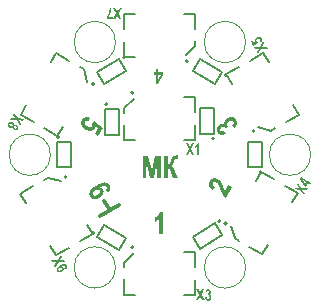
<source format=gto>
G04*
G04 #@! TF.GenerationSoftware,Altium Limited,Altium Designer,22.7.1 (60)*
G04*
G04 Layer_Color=65535*
%FSLAX43Y43*%
%MOMM*%
G71*
G04*
G04 #@! TF.SameCoordinates,4835CE25-E48C-4DDB-B082-209FFF86AC7D*
G04*
G04*
G04 #@! TF.FilePolarity,Positive*
G04*
G01*
G75*
%ADD10C,0.200*%
%ADD11C,0.100*%
%ADD12C,0.300*%
%ADD13C,0.127*%
G36*
X9021Y12605D02*
X8954D01*
X8932Y12602D01*
X8904Y12596D01*
X8876Y12588D01*
X8846Y12577D01*
X8821Y12563D01*
X8798Y12541D01*
X8796Y12538D01*
X8790Y12530D01*
X8782Y12513D01*
X8771Y12488D01*
X8754Y12457D01*
X8740Y12416D01*
X8721Y12366D01*
X8701Y12305D01*
Y12302D01*
X8699Y12296D01*
X8696Y12288D01*
X8693Y12277D01*
X8685Y12246D01*
X8671Y12210D01*
X8660Y12174D01*
X8643Y12135D01*
X8629Y12102D01*
X8615Y12074D01*
X8612Y12072D01*
X8610Y12063D01*
X8601Y12052D01*
X8590Y12038D01*
X8574Y12022D01*
X8554Y12002D01*
X8532Y11983D01*
X8504Y11961D01*
X8510Y11958D01*
X8521Y11952D01*
X8540Y11941D01*
X8563Y11927D01*
X8587Y11908D01*
X8615Y11886D01*
X8643Y11855D01*
X8668Y11822D01*
X8671Y11816D01*
X8679Y11802D01*
X8693Y11780D01*
X8712Y11747D01*
X8735Y11702D01*
X8749Y11677D01*
X8762Y11650D01*
X8779Y11616D01*
X8793Y11583D01*
X8810Y11544D01*
X8826Y11505D01*
X9037Y10994D01*
X8671D01*
X8485Y11477D01*
Y11480D01*
X8482Y11486D01*
X8479Y11494D01*
X8474Y11508D01*
X8460Y11541D01*
X8443Y11580D01*
X8426Y11622D01*
X8404Y11666D01*
X8385Y11705D01*
X8365Y11736D01*
X8363Y11738D01*
X8357Y11747D01*
X8343Y11761D01*
X8329Y11774D01*
X8307Y11788D01*
X8282Y11799D01*
X8252Y11811D01*
X8215Y11813D01*
Y10994D01*
X7905D01*
Y12871D01*
X8215D01*
Y12072D01*
X8221D01*
X8232Y12074D01*
X8249Y12077D01*
X8271Y12085D01*
X8293Y12094D01*
X8315Y12105D01*
X8338Y12119D01*
X8354Y12138D01*
X8357Y12141D01*
X8363Y12152D01*
X8371Y12169D01*
X8382Y12194D01*
X8390Y12213D01*
X8399Y12233D01*
X8407Y12255D01*
X8415Y12280D01*
X8426Y12308D01*
X8438Y12341D01*
X8449Y12377D01*
X8460Y12416D01*
Y12419D01*
X8463Y12424D01*
X8465Y12438D01*
X8471Y12452D01*
X8476Y12469D01*
X8485Y12491D01*
X8501Y12538D01*
X8524Y12591D01*
X8546Y12643D01*
X8571Y12693D01*
X8582Y12716D01*
X8596Y12735D01*
X8599Y12741D01*
X8610Y12752D01*
X8624Y12768D01*
X8643Y12788D01*
X8665Y12807D01*
X8690Y12827D01*
X8718Y12843D01*
X8746Y12854D01*
X8749D01*
X8762Y12857D01*
X8782Y12863D01*
X8810Y12868D01*
X8848Y12871D01*
X8896Y12877D01*
X8954Y12882D01*
X9021Y12888D01*
Y12605D01*
D02*
G37*
G36*
X7591Y10994D02*
X7302D01*
Y12474D01*
X6991Y10994D01*
X6694D01*
X6389Y12474D01*
Y10994D01*
X6100D01*
Y12871D01*
X6564D01*
X6844Y11586D01*
X7122Y12871D01*
X7591D01*
Y10994D01*
D02*
G37*
G36*
X2883Y10593D02*
X2887Y10592D01*
X2897Y10591D01*
X2911Y10589D01*
X2928Y10587D01*
X2951Y10581D01*
X2977Y10573D01*
X3005Y10564D01*
X3037Y10553D01*
X3070Y10540D01*
X3102Y10524D01*
X3168Y10482D01*
X3200Y10455D01*
X3231Y10428D01*
X3258Y10393D01*
X3283Y10355D01*
X3291Y10341D01*
X3294Y10330D01*
X3308Y10300D01*
X3321Y10262D01*
X3332Y10214D01*
X3337Y10162D01*
X3338Y10105D01*
X3326Y10047D01*
X3324Y10040D01*
X3317Y10019D01*
X3302Y9988D01*
X3284Y9949D01*
X3253Y9902D01*
X3212Y9850D01*
X3162Y9798D01*
X3098Y9742D01*
X2922Y9971D01*
X2924Y9972D01*
X2929Y9975D01*
X2937Y9983D01*
X2948Y9992D01*
X2972Y10016D01*
X2998Y10050D01*
X3019Y10085D01*
X3033Y10128D01*
X3035Y10152D01*
X3035Y10174D01*
X3027Y10198D01*
X3017Y10221D01*
X3016Y10224D01*
X3006Y10234D01*
X2996Y10247D01*
X2977Y10263D01*
X2955Y10279D01*
X2926Y10291D01*
X2890Y10302D01*
X2847Y10306D01*
X2840Y10305D01*
X2834Y10305D01*
X2822Y10304D01*
X2811Y10301D01*
X2792Y10300D01*
X2773Y10295D01*
X2751Y10289D01*
X2722Y10282D01*
X2693Y10272D01*
X2658Y10261D01*
X2621Y10246D01*
X2583Y10230D01*
X2539Y10211D01*
X2490Y10190D01*
X2439Y10163D01*
X2442Y10162D01*
X2456Y10160D01*
X2474Y10158D01*
X2495Y10154D01*
X2522Y10147D01*
X2548Y10140D01*
X2576Y10130D01*
X2603Y10117D01*
X2607Y10116D01*
X2613Y10110D01*
X2629Y10100D01*
X2644Y10090D01*
X2660Y10073D01*
X2681Y10053D01*
X2698Y10031D01*
X2715Y10005D01*
X2724Y9991D01*
X2728Y9978D01*
X2734Y9962D01*
X2740Y9946D01*
X2750Y9901D01*
X2757Y9850D01*
X2759Y9819D01*
X2757Y9789D01*
X2754Y9755D01*
X2747Y9723D01*
X2740Y9686D01*
X2726Y9649D01*
X2725Y9645D01*
X2721Y9640D01*
X2718Y9629D01*
X2710Y9615D01*
X2700Y9599D01*
X2690Y9577D01*
X2674Y9555D01*
X2657Y9529D01*
X2636Y9504D01*
X2614Y9476D01*
X2588Y9448D01*
X2559Y9421D01*
X2526Y9390D01*
X2490Y9363D01*
X2448Y9335D01*
X2407Y9308D01*
X2404Y9306D01*
X2395Y9301D01*
X2383Y9294D01*
X2364Y9287D01*
X2341Y9277D01*
X2313Y9264D01*
X2286Y9251D01*
X2252Y9238D01*
X2179Y9218D01*
X2100Y9201D01*
X2058Y9196D01*
X2017Y9195D01*
X1974Y9196D01*
X1933Y9201D01*
X1929Y9202D01*
X1923Y9202D01*
X1911Y9205D01*
X1899Y9210D01*
X1880Y9215D01*
X1859Y9223D01*
X1812Y9244D01*
X1761Y9272D01*
X1706Y9311D01*
X1682Y9335D01*
X1657Y9362D01*
X1634Y9391D01*
X1612Y9423D01*
X1607Y9433D01*
X1604Y9444D01*
X1595Y9458D01*
X1588Y9476D01*
X1582Y9498D01*
X1570Y9552D01*
X1564Y9584D01*
X1561Y9618D01*
X1559Y9655D01*
X1563Y9693D01*
X1568Y9734D01*
X1576Y9774D01*
X1590Y9817D01*
X1608Y9863D01*
X1609Y9867D01*
X1615Y9874D01*
X1623Y9888D01*
X1633Y9903D01*
X1649Y9925D01*
X1669Y9953D01*
X1691Y9981D01*
X1720Y10014D01*
X1754Y10050D01*
X1795Y10090D01*
X1840Y10128D01*
X1891Y10174D01*
X1949Y10217D01*
X2012Y10263D01*
X2085Y10308D01*
X2163Y10357D01*
X2166Y10358D01*
X2168Y10359D01*
X2182Y10368D01*
X2207Y10382D01*
X2237Y10396D01*
X2277Y10416D01*
X2319Y10437D01*
X2367Y10458D01*
X2421Y10483D01*
X2536Y10527D01*
X2656Y10564D01*
X2715Y10579D01*
X2774Y10587D01*
X2831Y10595D01*
X2883Y10593D01*
D02*
G37*
G36*
X1356Y16120D02*
X1389Y16117D01*
X1423Y16114D01*
X1458Y16109D01*
X1495Y16101D01*
X1537Y16089D01*
X1618Y16058D01*
X1505Y15784D01*
X1500Y15787D01*
X1487Y15791D01*
X1462Y15799D01*
X1435Y15808D01*
X1405Y15816D01*
X1371Y15820D01*
X1334Y15822D01*
X1299Y15816D01*
X1295Y15815D01*
X1284Y15812D01*
X1267Y15806D01*
X1249Y15797D01*
X1228Y15787D01*
X1206Y15771D01*
X1186Y15754D01*
X1170Y15731D01*
X1168Y15729D01*
X1164Y15715D01*
X1158Y15699D01*
X1153Y15680D01*
X1150Y15653D01*
X1150Y15620D01*
X1155Y15589D01*
X1169Y15552D01*
X1172Y15547D01*
X1178Y15534D01*
X1191Y15513D01*
X1210Y15490D01*
X1238Y15461D01*
X1273Y15427D01*
X1320Y15391D01*
X1373Y15357D01*
X1376Y15355D01*
X1381Y15353D01*
X1388Y15348D01*
X1400Y15341D01*
X1428Y15329D01*
X1464Y15314D01*
X1504Y15300D01*
X1548Y15288D01*
X1590Y15283D01*
X1633Y15284D01*
X1637Y15285D01*
X1650Y15287D01*
X1669Y15292D01*
X1693Y15300D01*
X1717Y15313D01*
X1744Y15332D01*
X1769Y15353D01*
X1789Y15383D01*
X1792Y15388D01*
X1798Y15403D01*
X1804Y15425D01*
X1812Y15456D01*
X1816Y15496D01*
X1814Y15542D01*
X1811Y15566D01*
X1804Y15592D01*
X1797Y15619D01*
X1785Y15648D01*
X1941Y15834D01*
X2712Y15215D01*
X2322Y14540D01*
X2031Y14708D01*
X2309Y15189D01*
X2055Y15393D01*
X2054Y15387D01*
X2056Y15373D01*
X2054Y15352D01*
X2052Y15321D01*
X2046Y15289D01*
X2037Y15256D01*
X2026Y15221D01*
X2009Y15186D01*
X2000Y15171D01*
X1991Y15160D01*
X1980Y15147D01*
X1970Y15134D01*
X1940Y15100D01*
X1900Y15069D01*
X1852Y15036D01*
X1823Y15020D01*
X1794Y15008D01*
X1762Y14998D01*
X1728Y14988D01*
X1724Y14987D01*
X1717Y14985D01*
X1704Y14986D01*
X1687Y14983D01*
X1665Y14984D01*
X1638Y14983D01*
X1608Y14981D01*
X1577Y14983D01*
X1542Y14987D01*
X1502Y14991D01*
X1459Y15000D01*
X1417Y15011D01*
X1371Y15025D01*
X1326Y15041D01*
X1279Y15065D01*
X1229Y15091D01*
X1227Y15092D01*
X1220Y15096D01*
X1208Y15103D01*
X1195Y15114D01*
X1175Y15125D01*
X1157Y15142D01*
X1134Y15158D01*
X1108Y15180D01*
X1056Y15229D01*
X1001Y15290D01*
X976Y15323D01*
X951Y15357D01*
X926Y15397D01*
X905Y15438D01*
X903Y15442D01*
X900Y15447D01*
X895Y15460D01*
X888Y15477D01*
X883Y15496D01*
X877Y15518D01*
X871Y15547D01*
X866Y15576D01*
X861Y15608D01*
X860Y15644D01*
X860Y15679D01*
X866Y15717D01*
X873Y15755D01*
X884Y15797D01*
X900Y15835D01*
X921Y15878D01*
X931Y15895D01*
X940Y15905D01*
X948Y15920D01*
X964Y15936D01*
X995Y15973D01*
X1036Y16010D01*
X1084Y16049D01*
X1141Y16081D01*
X1174Y16094D01*
X1207Y16107D01*
X1211Y16108D01*
X1215Y16109D01*
X1226Y16112D01*
X1240Y16114D01*
X1257Y16116D01*
X1277Y16117D01*
X1301Y16120D01*
X1327Y16121D01*
X1356Y16120D01*
D02*
G37*
G36*
X7380Y19931D02*
X7800D01*
Y19721D01*
X7356Y18927D01*
X7189D01*
Y19720D01*
X7061D01*
Y19931D01*
X7189D01*
Y20183D01*
X7380D01*
Y19931D01*
D02*
G37*
G36*
X13592Y16134D02*
X13635Y16130D01*
X13639Y16130D01*
X13645Y16131D01*
X13658Y16126D01*
X13671Y16122D01*
X13691Y16118D01*
X13712Y16113D01*
X13762Y16094D01*
X13817Y16068D01*
X13875Y16034D01*
X13903Y16009D01*
X13930Y15985D01*
X13955Y15958D01*
X13980Y15928D01*
X13991Y15912D01*
X13997Y15899D01*
X14004Y15884D01*
X14015Y15864D01*
X14035Y15821D01*
X14051Y15768D01*
X14062Y15704D01*
X14068Y15671D01*
X14068Y15637D01*
X14066Y15602D01*
X14061Y15565D01*
X14061Y15561D01*
X14060Y15557D01*
X14058Y15545D01*
X14054Y15532D01*
X14046Y15514D01*
X14039Y15495D01*
X14031Y15472D01*
X14019Y15447D01*
X14006Y15421D01*
X13989Y15392D01*
X13972Y15363D01*
X13951Y15331D01*
X13900Y15272D01*
X13835Y15210D01*
X13637Y15420D01*
X13640Y15422D01*
X13642Y15423D01*
X13654Y15435D01*
X13671Y15450D01*
X13691Y15475D01*
X13713Y15501D01*
X13733Y15531D01*
X13750Y15564D01*
X13762Y15596D01*
X13763Y15599D01*
X13765Y15611D01*
X13766Y15629D01*
X13765Y15649D01*
X13766Y15673D01*
X13760Y15700D01*
X13751Y15727D01*
X13736Y15754D01*
X13726Y15767D01*
X13712Y15778D01*
X13697Y15791D01*
X13675Y15806D01*
X13648Y15821D01*
X13618Y15830D01*
X13581Y15835D01*
X13577Y15836D01*
X13561Y15834D01*
X13542Y15832D01*
X13512Y15827D01*
X13480Y15819D01*
X13441Y15802D01*
X13400Y15783D01*
X13355Y15755D01*
X13353Y15753D01*
X13351Y15752D01*
X13337Y15742D01*
X13318Y15726D01*
X13297Y15704D01*
X13272Y15680D01*
X13249Y15650D01*
X13229Y15616D01*
X13215Y15582D01*
X13215Y15578D01*
X13210Y15565D01*
X13209Y15548D01*
X13205Y15524D01*
X13207Y15498D01*
X13210Y15470D01*
X13219Y15442D01*
X13234Y15416D01*
X13247Y15397D01*
X13257Y15388D01*
X13270Y15373D01*
X13289Y15356D01*
X13310Y15340D01*
X13333Y15322D01*
X13074Y15179D01*
X13063Y15195D01*
X13048Y15211D01*
X13032Y15230D01*
X13007Y15250D01*
X12983Y15271D01*
X12953Y15284D01*
X12922Y15295D01*
X12918Y15296D01*
X12906Y15298D01*
X12886Y15298D01*
X12864Y15295D01*
X12837Y15290D01*
X12806Y15282D01*
X12771Y15268D01*
X12736Y15246D01*
X12731Y15243D01*
X12722Y15237D01*
X12710Y15225D01*
X12693Y15210D01*
X12678Y15193D01*
X12664Y15169D01*
X12650Y15146D01*
X12641Y15119D01*
X12641Y15116D01*
X12639Y15108D01*
X12639Y15094D01*
X12638Y15076D01*
X12638Y15056D01*
X12644Y15033D01*
X12654Y15010D01*
X12668Y14985D01*
X12674Y14976D01*
X12686Y14964D01*
X12700Y14954D01*
X12718Y14943D01*
X12740Y14931D01*
X12764Y14920D01*
X12795Y14915D01*
X12799Y14914D01*
X12809Y14915D01*
X12827Y14917D01*
X12849Y14919D01*
X12876Y14925D01*
X12910Y14935D01*
X12944Y14948D01*
X12984Y14969D01*
X13094Y14715D01*
X13092Y14713D01*
X13084Y14711D01*
X13071Y14705D01*
X13055Y14698D01*
X13034Y14689D01*
X13013Y14681D01*
X12958Y14663D01*
X12895Y14646D01*
X12829Y14634D01*
X12760Y14630D01*
X12727Y14630D01*
X12696Y14635D01*
X12692Y14636D01*
X12688Y14637D01*
X12667Y14642D01*
X12635Y14654D01*
X12596Y14671D01*
X12555Y14696D01*
X12507Y14731D01*
X12461Y14773D01*
X12437Y14797D01*
X12407Y14840D01*
X12399Y14855D01*
X12392Y14870D01*
X12383Y14888D01*
X12364Y14935D01*
X12347Y14988D01*
X12338Y15049D01*
X12336Y15082D01*
X12336Y15116D01*
X12340Y15149D01*
X12348Y15185D01*
X12349Y15189D01*
X12349Y15193D01*
X12353Y15202D01*
X12357Y15215D01*
X12364Y15230D01*
X12371Y15249D01*
X12391Y15293D01*
X12419Y15340D01*
X12454Y15388D01*
X12496Y15434D01*
X12520Y15458D01*
X12547Y15477D01*
X12552Y15480D01*
X12563Y15488D01*
X12585Y15500D01*
X12611Y15512D01*
X12644Y15528D01*
X12680Y15539D01*
X12719Y15550D01*
X12762Y15557D01*
X12768Y15557D01*
X12782Y15557D01*
X12802Y15557D01*
X12834Y15556D01*
X12867Y15552D01*
X12910Y15545D01*
X12954Y15535D01*
X12999Y15519D01*
X12997Y15521D01*
X12998Y15525D01*
X12993Y15542D01*
X12987Y15565D01*
X12981Y15598D01*
X12980Y15638D01*
X12981Y15679D01*
X12990Y15726D01*
X13005Y15777D01*
X13007Y15782D01*
X13015Y15801D01*
X13027Y15827D01*
X13047Y15857D01*
X13071Y15895D01*
X13106Y15933D01*
X13147Y15975D01*
X13198Y16014D01*
X13200Y16016D01*
X13207Y16020D01*
X13218Y16028D01*
X13234Y16036D01*
X13253Y16046D01*
X13275Y16058D01*
X13301Y16070D01*
X13332Y16084D01*
X13398Y16106D01*
X13470Y16123D01*
X13509Y16131D01*
X13550Y16135D01*
X13592Y16134D01*
D02*
G37*
G36*
X12140Y10954D02*
X12191Y10953D01*
X12248Y10946D01*
X12310Y10932D01*
X12375Y10911D01*
X12409Y10898D01*
X12443Y10878D01*
X12448Y10876D01*
X12460Y10869D01*
X12477Y10855D01*
X12504Y10840D01*
X12530Y10818D01*
X12561Y10794D01*
X12590Y10768D01*
X12621Y10737D01*
X12626Y10734D01*
X12635Y10723D01*
X12648Y10706D01*
X12667Y10685D01*
X12689Y10656D01*
X12712Y10623D01*
X12735Y10585D01*
X12760Y10545D01*
X12763Y10539D01*
X12771Y10525D01*
X12784Y10498D01*
X12800Y10464D01*
X12821Y10417D01*
X12842Y10359D01*
X12868Y10293D01*
X12894Y10217D01*
X12895Y10213D01*
X12896Y10209D01*
X12899Y10198D01*
X12905Y10185D01*
X12916Y10150D01*
X12931Y10109D01*
X12947Y10064D01*
X12961Y10021D01*
X12975Y9984D01*
X12987Y9955D01*
X12988Y9951D01*
X12991Y9946D01*
X12997Y9933D01*
X13002Y9921D01*
X13019Y9889D01*
X13040Y9854D01*
X13335Y10363D01*
X13623Y10197D01*
X13106Y9300D01*
X13103Y9301D01*
X13098Y9304D01*
X13090Y9312D01*
X13078Y9319D01*
X13065Y9330D01*
X13051Y9344D01*
X13014Y9375D01*
X12974Y9411D01*
X12931Y9458D01*
X12887Y9510D01*
X12845Y9566D01*
X12843Y9567D01*
X12841Y9575D01*
X12835Y9581D01*
X12827Y9595D01*
X12818Y9613D01*
X12805Y9634D01*
X12794Y9660D01*
X12779Y9690D01*
X12763Y9722D01*
X12746Y9761D01*
X12728Y9800D01*
X12707Y9848D01*
X12687Y9897D01*
X12668Y9953D01*
X12644Y10012D01*
X12623Y10075D01*
X12622Y10079D01*
X12618Y10088D01*
X12614Y10103D01*
X12607Y10120D01*
X12601Y10142D01*
X12590Y10168D01*
X12569Y10225D01*
X12547Y10286D01*
X12525Y10344D01*
X12503Y10395D01*
X12493Y10416D01*
X12485Y10434D01*
X12481Y10439D01*
X12473Y10454D01*
X12460Y10474D01*
X12439Y10499D01*
X12415Y10526D01*
X12387Y10555D01*
X12355Y10583D01*
X12321Y10606D01*
X12318Y10607D01*
X12316Y10609D01*
X12304Y10616D01*
X12283Y10624D01*
X12258Y10636D01*
X12227Y10644D01*
X12197Y10652D01*
X12163Y10655D01*
X12132Y10651D01*
X12128Y10650D01*
X12117Y10647D01*
X12104Y10641D01*
X12084Y10634D01*
X12064Y10622D01*
X12045Y10605D01*
X12022Y10583D01*
X12004Y10558D01*
X12000Y10550D01*
X11997Y10539D01*
X11994Y10528D01*
X11987Y10494D01*
X11986Y10475D01*
X11986Y10453D01*
X11990Y10428D01*
X11997Y10401D01*
X12008Y10376D01*
X12026Y10346D01*
X12048Y10317D01*
X12077Y10288D01*
X12111Y10259D01*
X12154Y10228D01*
X11973Y9992D01*
X11971Y9994D01*
X11962Y10002D01*
X11950Y10009D01*
X11935Y10021D01*
X11918Y10037D01*
X11896Y10053D01*
X11873Y10075D01*
X11849Y10099D01*
X11801Y10149D01*
X11755Y10208D01*
X11715Y10273D01*
X11701Y10303D01*
X11689Y10339D01*
X11688Y10343D01*
X11687Y10347D01*
X11684Y10358D01*
X11682Y10372D01*
X11682Y10388D01*
X11677Y10407D01*
X11676Y10455D01*
X11679Y10511D01*
X11693Y10574D01*
X11713Y10642D01*
X11730Y10677D01*
X11747Y10712D01*
X11759Y10732D01*
X11769Y10745D01*
X11783Y10762D01*
X11796Y10780D01*
X11834Y10823D01*
X11880Y10864D01*
X11905Y10885D01*
X11934Y10903D01*
X11966Y10919D01*
X11997Y10934D01*
X12031Y10943D01*
X12068Y10951D01*
X12072Y10952D01*
X12078Y10951D01*
X12088Y10952D01*
X12102Y10954D01*
X12118Y10954D01*
X12140Y10954D01*
D02*
G37*
G36*
X7763Y6200D02*
X7466D01*
Y7558D01*
X7463Y7555D01*
X7458Y7549D01*
X7449Y7541D01*
X7435Y7527D01*
X7422Y7513D01*
X7402Y7494D01*
X7380Y7474D01*
X7355Y7455D01*
X7299Y7410D01*
X7236Y7363D01*
X7161Y7322D01*
X7083Y7286D01*
Y7613D01*
X7086D01*
X7088Y7616D01*
X7105Y7621D01*
X7127Y7635D01*
X7161Y7652D01*
X7199Y7677D01*
X7241Y7707D01*
X7288Y7744D01*
X7338Y7788D01*
X7341Y7791D01*
X7344Y7794D01*
X7360Y7810D01*
X7383Y7838D01*
X7410Y7874D01*
X7441Y7916D01*
X7472Y7966D01*
X7499Y8021D01*
X7521Y8082D01*
X7763D01*
Y6200D01*
D02*
G37*
G36*
X10157Y13436D02*
X10427Y12939D01*
X10239D01*
X10064Y13264D01*
X9889Y12939D01*
X9700D01*
X9971Y13436D01*
X9725Y13892D01*
X9909D01*
X10064Y13606D01*
X10219Y13892D01*
X10402D01*
X10157Y13436D01*
D02*
G37*
G36*
X10860Y12939D02*
X10709D01*
Y13629D01*
X10708Y13627D01*
X10705Y13624D01*
X10701Y13620D01*
X10694Y13613D01*
X10687Y13606D01*
X10677Y13596D01*
X10666Y13586D01*
X10653Y13576D01*
X10625Y13554D01*
X10592Y13530D01*
X10554Y13509D01*
X10515Y13490D01*
Y13657D01*
X10516D01*
X10518Y13658D01*
X10526Y13661D01*
X10537Y13668D01*
X10554Y13677D01*
X10574Y13689D01*
X10595Y13705D01*
X10619Y13723D01*
X10644Y13746D01*
X10646Y13747D01*
X10647Y13748D01*
X10656Y13757D01*
X10667Y13771D01*
X10681Y13789D01*
X10697Y13810D01*
X10712Y13836D01*
X10726Y13864D01*
X10738Y13895D01*
X10860D01*
Y12939D01*
D02*
G37*
G36*
X4029Y24904D02*
X4275Y24447D01*
X4091D01*
X3936Y24733D01*
X3781Y24447D01*
X3598D01*
X3843Y24904D01*
X3573Y25400D01*
X3761D01*
X3936Y25076D01*
X4111Y25400D01*
X4300D01*
X4029Y24904D01*
D02*
G37*
G36*
X3420Y25397D02*
Y25392D01*
X3419Y25380D01*
Y25365D01*
X3418Y25346D01*
X3416Y25325D01*
X3413Y25300D01*
X3410Y25273D01*
X3406Y25244D01*
X3402Y25213D01*
X3396Y25179D01*
X3391Y25143D01*
X3375Y25070D01*
X3354Y24995D01*
X3353Y24993D01*
X3351Y24987D01*
X3347Y24976D01*
X3343Y24962D01*
X3336Y24943D01*
X3329Y24922D01*
X3319Y24900D01*
X3309Y24873D01*
X3298Y24846D01*
X3285Y24816D01*
X3255Y24756D01*
X3223Y24691D01*
X3185Y24629D01*
X3525D01*
Y24460D01*
X3013D01*
Y24594D01*
Y24595D01*
X3016Y24596D01*
X3019Y24602D01*
X3024Y24608D01*
X3030Y24616D01*
X3037Y24625D01*
X3044Y24636D01*
X3052Y24649D01*
X3062Y24664D01*
X3072Y24680D01*
X3082Y24698D01*
X3093Y24716D01*
X3105Y24737D01*
X3117Y24760D01*
X3129Y24784D01*
X3141Y24809D01*
Y24811D01*
X3144Y24815D01*
X3147Y24823D01*
X3152Y24833D01*
X3157Y24846D01*
X3164Y24861D01*
X3171Y24880D01*
X3178Y24900D01*
X3186Y24921D01*
X3195Y24943D01*
X3202Y24969D01*
X3210Y24995D01*
X3227Y25050D01*
X3241Y25110D01*
Y25111D01*
X3243Y25117D01*
X3244Y25125D01*
X3247Y25136D01*
X3250Y25150D01*
X3253Y25167D01*
X3255Y25186D01*
X3258Y25205D01*
X3262Y25228D01*
X3265Y25251D01*
X3271Y25300D01*
X3275Y25351D01*
X3277Y25400D01*
X3420D01*
Y25397D01*
D02*
G37*
G36*
X-770Y4296D02*
X-941Y4018D01*
X-615Y4027D01*
X-524Y3868D01*
X-1042Y3853D01*
X-1336Y3370D01*
X-1431Y3534D01*
X-1237Y3847D01*
X-1606Y3836D01*
X-1700Y4000D01*
X-1135Y4014D01*
X-862Y4455D01*
X-770Y4296D01*
D02*
G37*
G36*
X-545Y3680D02*
X-543Y3680D01*
X-538Y3679D01*
X-531Y3679D01*
X-522Y3677D01*
X-511Y3674D01*
X-497Y3671D01*
X-483Y3666D01*
X-467Y3660D01*
X-450Y3654D01*
X-434Y3645D01*
X-400Y3624D01*
X-384Y3610D01*
X-368Y3597D01*
X-355Y3579D01*
X-342Y3560D01*
X-338Y3552D01*
X-336Y3547D01*
X-329Y3532D01*
X-323Y3512D01*
X-317Y3488D01*
X-315Y3462D01*
X-314Y3433D01*
X-320Y3403D01*
X-321Y3399D01*
X-325Y3389D01*
X-332Y3373D01*
X-342Y3353D01*
X-357Y3330D01*
X-378Y3303D01*
X-404Y3277D01*
X-436Y3249D01*
X-526Y3364D01*
X-524Y3365D01*
X-522Y3367D01*
X-518Y3371D01*
X-512Y3375D01*
X-500Y3387D01*
X-487Y3405D01*
X-476Y3422D01*
X-469Y3444D01*
X-468Y3456D01*
X-468Y3468D01*
X-472Y3480D01*
X-477Y3492D01*
X-478Y3493D01*
X-483Y3498D01*
X-488Y3505D01*
X-497Y3513D01*
X-509Y3521D01*
X-523Y3527D01*
X-541Y3533D01*
X-564Y3535D01*
X-567Y3534D01*
X-570Y3534D01*
X-576Y3534D01*
X-582Y3532D01*
X-591Y3532D01*
X-601Y3529D01*
X-612Y3526D01*
X-627Y3523D01*
X-642Y3517D01*
X-660Y3512D01*
X-678Y3504D01*
X-698Y3496D01*
X-720Y3487D01*
X-745Y3476D01*
X-771Y3462D01*
X-769Y3462D01*
X-762Y3461D01*
X-753Y3459D01*
X-742Y3457D01*
X-729Y3454D01*
X-715Y3450D01*
X-701Y3445D01*
X-687Y3439D01*
X-685Y3438D01*
X-682Y3435D01*
X-674Y3430D01*
X-666Y3425D01*
X-658Y3416D01*
X-648Y3406D01*
X-639Y3395D01*
X-630Y3382D01*
X-626Y3375D01*
X-624Y3368D01*
X-621Y3360D01*
X-618Y3352D01*
X-613Y3329D01*
X-609Y3303D01*
X-608Y3287D01*
X-609Y3272D01*
X-611Y3255D01*
X-614Y3238D01*
X-618Y3220D01*
X-625Y3201D01*
X-626Y3199D01*
X-627Y3197D01*
X-629Y3191D01*
X-633Y3184D01*
X-638Y3176D01*
X-643Y3165D01*
X-651Y3153D01*
X-660Y3140D01*
X-671Y3128D01*
X-682Y3113D01*
X-695Y3099D01*
X-710Y3086D01*
X-726Y3069D01*
X-745Y3056D01*
X-766Y3042D01*
X-787Y3028D01*
X-788Y3027D01*
X-793Y3024D01*
X-799Y3021D01*
X-809Y3017D01*
X-820Y3012D01*
X-834Y3005D01*
X-849Y2999D01*
X-866Y2992D01*
X-903Y2982D01*
X-943Y2974D01*
X-964Y2971D01*
X-985Y2970D01*
X-1007Y2971D01*
X-1028Y2974D01*
X-1030Y2974D01*
X-1033Y2974D01*
X-1039Y2976D01*
X-1045Y2978D01*
X-1055Y2981D01*
X-1065Y2985D01*
X-1089Y2995D01*
X-1115Y3009D01*
X-1143Y3029D01*
X-1155Y3042D01*
X-1168Y3056D01*
X-1179Y3070D01*
X-1190Y3086D01*
X-1193Y3091D01*
X-1195Y3097D01*
X-1199Y3104D01*
X-1203Y3113D01*
X-1206Y3125D01*
X-1212Y3152D01*
X-1215Y3168D01*
X-1217Y3185D01*
X-1218Y3204D01*
X-1216Y3223D01*
X-1213Y3244D01*
X-1209Y3265D01*
X-1202Y3287D01*
X-1192Y3310D01*
X-1192Y3312D01*
X-1189Y3315D01*
X-1185Y3322D01*
X-1180Y3330D01*
X-1172Y3341D01*
X-1162Y3355D01*
X-1151Y3370D01*
X-1136Y3386D01*
X-1119Y3405D01*
X-1098Y3425D01*
X-1075Y3444D01*
X-1049Y3467D01*
X-1019Y3489D01*
X-987Y3513D01*
X-950Y3536D01*
X-911Y3560D01*
X-909Y3561D01*
X-908Y3562D01*
X-901Y3566D01*
X-889Y3573D01*
X-873Y3580D01*
X-853Y3590D01*
X-832Y3601D01*
X-807Y3612D01*
X-780Y3624D01*
X-721Y3647D01*
X-661Y3666D01*
X-631Y3673D01*
X-601Y3678D01*
X-572Y3681D01*
X-545Y3680D01*
D02*
G37*
G36*
X-4506Y16008D02*
X-3987Y15992D01*
X-4079Y15833D01*
X-4404Y15842D01*
X-4234Y15565D01*
X-4326Y15406D01*
X-4599Y15847D01*
X-5164Y15860D01*
X-5069Y16024D01*
X-4701Y16013D01*
X-4894Y16327D01*
X-4800Y16490D01*
X-4506Y16008D01*
D02*
G37*
G36*
X-5103Y15728D02*
X-5088Y15727D01*
X-5071Y15725D01*
X-5052Y15721D01*
X-5033Y15717D01*
X-4993Y15703D01*
X-4972Y15693D01*
X-4951Y15682D01*
X-4950Y15681D01*
X-4947Y15680D01*
X-4944Y15678D01*
X-4939Y15675D01*
X-4926Y15666D01*
X-4909Y15653D01*
X-4892Y15638D01*
X-4874Y15621D01*
X-4855Y15603D01*
X-4840Y15581D01*
X-4839Y15580D01*
X-4838Y15578D01*
X-4834Y15571D01*
X-4829Y15558D01*
X-4822Y15541D01*
X-4815Y15522D01*
X-4810Y15500D01*
X-4807Y15475D01*
X-4807Y15449D01*
X-4804Y15451D01*
X-4798Y15454D01*
X-4788Y15460D01*
X-4774Y15466D01*
X-4758Y15473D01*
X-4739Y15477D01*
X-4718Y15481D01*
X-4698Y15483D01*
X-4695Y15482D01*
X-4689Y15482D01*
X-4677Y15480D01*
X-4663Y15477D01*
X-4645Y15473D01*
X-4626Y15467D01*
X-4605Y15458D01*
X-4582Y15447D01*
X-4581Y15446D01*
X-4577Y15444D01*
X-4572Y15441D01*
X-4567Y15436D01*
X-4559Y15431D01*
X-4549Y15424D01*
X-4532Y15408D01*
X-4509Y15387D01*
X-4489Y15362D01*
X-4473Y15335D01*
X-4465Y15319D01*
X-4460Y15303D01*
X-4460Y15301D01*
X-4459Y15299D01*
X-4459Y15294D01*
X-4456Y15287D01*
X-4455Y15270D01*
X-4453Y15247D01*
X-4454Y15220D01*
X-4459Y15188D01*
X-4470Y15156D01*
X-4478Y15139D01*
X-4487Y15121D01*
X-4492Y15111D01*
X-4497Y15106D01*
X-4503Y15098D01*
X-4510Y15089D01*
X-4527Y15069D01*
X-4548Y15049D01*
X-4573Y15031D01*
X-4587Y15023D01*
X-4603Y15016D01*
X-4619Y15010D01*
X-4636Y15007D01*
X-4638Y15007D01*
X-4640Y15006D01*
X-4645Y15006D01*
X-4652Y15005D01*
X-4660Y15005D01*
X-4670Y15004D01*
X-4693Y15004D01*
X-4720Y15008D01*
X-4750Y15015D01*
X-4782Y15025D01*
X-4799Y15031D01*
X-4815Y15041D01*
X-4816Y15041D01*
X-4817Y15042D01*
X-4825Y15046D01*
X-4835Y15054D01*
X-4848Y15065D01*
X-4863Y15076D01*
X-4877Y15091D01*
X-4892Y15108D01*
X-4904Y15126D01*
X-4906Y15129D01*
X-4909Y15135D01*
X-4913Y15144D01*
X-4918Y15159D01*
X-4923Y15175D01*
X-4928Y15192D01*
X-4930Y15213D01*
X-4932Y15233D01*
X-4932Y15232D01*
X-4934Y15231D01*
X-4942Y15226D01*
X-4954Y15220D01*
X-4971Y15212D01*
X-4990Y15205D01*
X-5012Y15198D01*
X-5036Y15194D01*
X-5061Y15192D01*
X-5064Y15193D01*
X-5072Y15192D01*
X-5086Y15194D01*
X-5104Y15197D01*
X-5125Y15203D01*
X-5148Y15210D01*
X-5175Y15221D01*
X-5203Y15235D01*
X-5204Y15236D01*
X-5206Y15237D01*
X-5210Y15239D01*
X-5216Y15243D01*
X-5221Y15247D01*
X-5229Y15252D01*
X-5246Y15265D01*
X-5265Y15281D01*
X-5285Y15299D01*
X-5304Y15319D01*
X-5321Y15342D01*
X-5322Y15343D01*
X-5323Y15345D01*
X-5328Y15353D01*
X-5334Y15365D01*
X-5342Y15382D01*
X-5350Y15402D01*
X-5357Y15424D01*
X-5363Y15447D01*
X-5365Y15472D01*
X-5365Y15475D01*
X-5365Y15483D01*
X-5364Y15497D01*
X-5361Y15514D01*
X-5358Y15533D01*
X-5351Y15555D01*
X-5343Y15578D01*
X-5331Y15602D01*
X-5325Y15612D01*
X-5320Y15617D01*
X-5314Y15625D01*
X-5307Y15634D01*
X-5290Y15653D01*
X-5268Y15675D01*
X-5240Y15694D01*
X-5224Y15703D01*
X-5207Y15711D01*
X-5190Y15719D01*
X-5171Y15724D01*
X-5169Y15725D01*
X-5166Y15725D01*
X-5160Y15726D01*
X-5153Y15727D01*
X-5143Y15728D01*
X-5131Y15728D01*
X-5118Y15728D01*
X-5103Y15728D01*
D02*
G37*
G36*
X15960Y22923D02*
X15961Y22922D01*
X15965Y22922D01*
X15972Y22921D01*
X15981Y22920D01*
X15990Y22917D01*
X16002Y22914D01*
X16016Y22910D01*
X16030Y22905D01*
X16045Y22899D01*
X16061Y22890D01*
X16076Y22881D01*
X16092Y22869D01*
X16107Y22856D01*
X16122Y22841D01*
X16135Y22824D01*
X16149Y22804D01*
X16153Y22795D01*
X16156Y22788D01*
X16160Y22781D01*
X16163Y22770D01*
X16172Y22747D01*
X16178Y22720D01*
X16183Y22688D01*
X16182Y22656D01*
X16179Y22638D01*
X16177Y22620D01*
X16176Y22618D01*
X16176Y22616D01*
X16174Y22610D01*
X16171Y22604D01*
X16168Y22595D01*
X16164Y22586D01*
X16158Y22575D01*
X16152Y22563D01*
X16145Y22551D01*
X16135Y22537D01*
X16125Y22523D01*
X16114Y22509D01*
X16101Y22495D01*
X16085Y22479D01*
X16051Y22451D01*
X15959Y22571D01*
X15962Y22572D01*
X15967Y22577D01*
X15977Y22586D01*
X15987Y22595D01*
X15999Y22607D01*
X16009Y22621D01*
X16019Y22636D01*
X16026Y22653D01*
X16026Y22655D01*
X16028Y22661D01*
X16029Y22670D01*
X16030Y22680D01*
X16031Y22692D01*
X16029Y22706D01*
X16027Y22719D01*
X16021Y22732D01*
X16020Y22733D01*
X16015Y22738D01*
X16010Y22745D01*
X16003Y22752D01*
X15991Y22760D01*
X15977Y22768D01*
X15962Y22774D01*
X15942Y22778D01*
X15939Y22777D01*
X15932Y22778D01*
X15920Y22777D01*
X15905Y22775D01*
X15885Y22770D01*
X15861Y22763D01*
X15833Y22752D01*
X15805Y22737D01*
X15803Y22736D01*
X15801Y22735D01*
X15797Y22733D01*
X15791Y22729D01*
X15778Y22720D01*
X15763Y22708D01*
X15747Y22694D01*
X15730Y22678D01*
X15717Y22660D01*
X15707Y22642D01*
X15706Y22640D01*
X15703Y22633D01*
X15701Y22624D01*
X15698Y22611D01*
X15698Y22597D01*
X15700Y22580D01*
X15703Y22564D01*
X15710Y22548D01*
X15712Y22545D01*
X15717Y22539D01*
X15725Y22530D01*
X15737Y22519D01*
X15753Y22507D01*
X15774Y22497D01*
X15785Y22492D01*
X15799Y22488D01*
X15812Y22484D01*
X15828Y22482D01*
X15870Y22367D01*
X15403Y22184D01*
X15205Y22527D01*
X15352Y22613D01*
X15493Y22369D01*
X15648Y22428D01*
X15645Y22430D01*
X15638Y22433D01*
X15630Y22439D01*
X15617Y22448D01*
X15604Y22459D01*
X15592Y22471D01*
X15579Y22485D01*
X15568Y22501D01*
X15564Y22509D01*
X15561Y22515D01*
X15558Y22523D01*
X15555Y22531D01*
X15548Y22553D01*
X15544Y22579D01*
X15542Y22608D01*
X15542Y22625D01*
X15544Y22641D01*
X15548Y22657D01*
X15553Y22675D01*
X15553Y22677D01*
X15554Y22680D01*
X15558Y22686D01*
X15561Y22694D01*
X15567Y22704D01*
X15573Y22716D01*
X15580Y22729D01*
X15588Y22742D01*
X15599Y22757D01*
X15611Y22773D01*
X15626Y22790D01*
X15641Y22806D01*
X15659Y22822D01*
X15678Y22838D01*
X15700Y22853D01*
X15724Y22868D01*
X15725Y22869D01*
X15729Y22871D01*
X15735Y22874D01*
X15743Y22877D01*
X15753Y22883D01*
X15765Y22887D01*
X15778Y22893D01*
X15794Y22899D01*
X15829Y22909D01*
X15870Y22918D01*
X15891Y22920D01*
X15912Y22923D01*
X15936Y22924D01*
X15960Y22923D01*
D02*
G37*
G36*
X16383Y22366D02*
X16190Y22053D01*
X16558Y22064D01*
X16652Y21900D01*
X16087Y21886D01*
X15815Y21445D01*
X15723Y21604D01*
X15893Y21882D01*
X15568Y21873D01*
X15476Y22031D01*
X15994Y22047D01*
X16289Y22530D01*
X16383Y22366D01*
D02*
G37*
G36*
X20002Y10727D02*
X20050Y10812D01*
X20189Y10731D01*
X20141Y10647D01*
X20307Y10551D01*
X20234Y10425D01*
X20068Y10521D01*
X19908Y10244D01*
X19770Y10324D01*
X19416Y10919D01*
X19479Y11029D01*
X20002Y10727D01*
D02*
G37*
G36*
X19499Y10144D02*
X20064Y10130D01*
X19969Y9966D01*
X19601Y9977D01*
X19794Y9664D01*
X19700Y9500D01*
X19406Y9983D01*
X18887Y9998D01*
X18979Y10157D01*
X19304Y10148D01*
X19134Y10426D01*
X19226Y10584D01*
X19499Y10144D01*
D02*
G37*
G36*
X11057Y1096D02*
X11327Y600D01*
X11139D01*
X10964Y924D01*
X10789Y600D01*
X10600D01*
X10871Y1096D01*
X10625Y1553D01*
X10809D01*
X10964Y1267D01*
X11119Y1553D01*
X11302D01*
X11057Y1096D01*
D02*
G37*
G36*
X11640Y1554D02*
X11649Y1553D01*
X11659Y1552D01*
X11684Y1546D01*
X11711Y1537D01*
X11739Y1523D01*
X11753Y1515D01*
X11767Y1505D01*
X11780Y1494D01*
X11793Y1480D01*
X11794Y1478D01*
X11795Y1477D01*
X11798Y1473D01*
X11802Y1467D01*
X11807Y1460D01*
X11812Y1451D01*
X11825Y1430D01*
X11836Y1405D01*
X11846Y1377D01*
X11853Y1346D01*
X11856Y1329D01*
Y1312D01*
Y1309D01*
Y1302D01*
X11855Y1289D01*
X11852Y1275D01*
X11849Y1257D01*
X11843Y1239D01*
X11836Y1219D01*
X11826Y1199D01*
X11825Y1196D01*
X11821Y1191D01*
X11815Y1182D01*
X11805Y1170D01*
X11794Y1157D01*
X11779Y1141D01*
X11762Y1126D01*
X11742Y1112D01*
X11743D01*
X11745Y1110D01*
X11753Y1107D01*
X11764Y1103D01*
X11780Y1096D01*
X11797Y1085D01*
X11814Y1072D01*
X11831Y1055D01*
X11848Y1034D01*
X11849Y1031D01*
X11855Y1023D01*
X11862Y1010D01*
X11869Y993D01*
X11877Y972D01*
X11883Y947D01*
X11888Y917D01*
X11890Y885D01*
Y883D01*
Y879D01*
Y872D01*
X11888Y864D01*
X11887Y852D01*
X11886Y840D01*
X11883Y826D01*
X11880Y809D01*
X11870Y775D01*
X11856Y740D01*
X11848Y721D01*
X11838Y703D01*
X11825Y686D01*
X11811Y669D01*
X11810Y668D01*
X11808Y665D01*
X11802Y661D01*
X11797Y656D01*
X11790Y649D01*
X11781Y642D01*
X11759Y627D01*
X11732Y611D01*
X11701Y597D01*
X11683Y593D01*
X11664Y589D01*
X11646Y586D01*
X11626Y584D01*
X11616D01*
X11609Y586D01*
X11601Y587D01*
X11590Y589D01*
X11566Y593D01*
X11539Y601D01*
X11509Y616D01*
X11494Y623D01*
X11480Y632D01*
X11466Y644D01*
X11451Y656D01*
X11450Y658D01*
X11449Y659D01*
X11444Y663D01*
X11440Y669D01*
X11435Y678D01*
X11429Y686D01*
X11422Y696D01*
X11415Y709D01*
X11408Y721D01*
X11401Y737D01*
X11394Y752D01*
X11387Y771D01*
X11377Y809D01*
X11370Y854D01*
X11515Y875D01*
Y873D01*
Y872D01*
X11516Y864D01*
X11518Y852D01*
X11522Y837D01*
X11526Y820D01*
X11533Y803D01*
X11542Y786D01*
X11552Y772D01*
X11553Y771D01*
X11557Y766D01*
X11564Y761D01*
X11573Y755D01*
X11583Y748D01*
X11595Y742D01*
X11609Y738D01*
X11625Y737D01*
X11633D01*
X11642Y740D01*
X11652Y742D01*
X11664Y747D01*
X11678Y754D01*
X11691Y764D01*
X11704Y778D01*
X11705Y779D01*
X11709Y786D01*
X11714Y795D01*
X11721Y809D01*
X11726Y824D01*
X11731Y845D01*
X11735Y868D01*
X11736Y895D01*
Y896D01*
Y897D01*
Y906D01*
X11735Y919D01*
X11732Y934D01*
X11729Y951D01*
X11724Y969D01*
X11715Y988D01*
X11705Y1003D01*
X11704Y1005D01*
X11700Y1010D01*
X11693Y1016D01*
X11684Y1024D01*
X11673Y1031D01*
X11660Y1038D01*
X11646Y1043D01*
X11630Y1044D01*
X11619D01*
X11612Y1043D01*
X11602Y1041D01*
X11590Y1038D01*
X11577Y1034D01*
X11563Y1030D01*
X11578Y1179D01*
X11588D01*
X11599Y1181D01*
X11612Y1182D01*
X11628Y1186D01*
X11643Y1191D01*
X11657Y1199D01*
X11671Y1209D01*
X11673Y1210D01*
X11677Y1215D01*
X11683Y1223D01*
X11688Y1233D01*
X11694Y1246D01*
X11700Y1261D01*
X11704Y1279D01*
X11705Y1301D01*
Y1303D01*
Y1309D01*
X11704Y1318D01*
X11702Y1329D01*
X11700Y1340D01*
X11694Y1353D01*
X11688Y1365D01*
X11680Y1377D01*
X11678Y1378D01*
X11676Y1381D01*
X11670Y1385D01*
X11663Y1391D01*
X11654Y1396D01*
X11643Y1401D01*
X11630Y1404D01*
X11616Y1405D01*
X11611D01*
X11602Y1404D01*
X11594Y1401D01*
X11584Y1396D01*
X11573Y1391D01*
X11561Y1384D01*
X11550Y1373D01*
X11549Y1371D01*
X11546Y1367D01*
X11542Y1358D01*
X11536Y1349D01*
X11530Y1336D01*
X11525Y1319D01*
X11521Y1301D01*
X11518Y1278D01*
X11380Y1306D01*
Y1308D01*
X11381Y1312D01*
X11382Y1319D01*
X11384Y1327D01*
X11387Y1339D01*
X11389Y1350D01*
X11398Y1378D01*
X11409Y1409D01*
X11423Y1440D01*
X11442Y1470D01*
X11451Y1484D01*
X11463Y1495D01*
X11464Y1497D01*
X11466Y1498D01*
X11474Y1505D01*
X11488Y1515D01*
X11506Y1526D01*
X11529Y1536D01*
X11557Y1546D01*
X11588Y1553D01*
X11605Y1556D01*
X11632D01*
X11640Y1554D01*
D02*
G37*
%LPC*%
G36*
X2317Y9996D02*
X2304Y9996D01*
X2282Y9996D01*
X2254Y9989D01*
X2219Y9982D01*
X2180Y9972D01*
X2134Y9952D01*
X2085Y9927D01*
X2082Y9925D01*
X2077Y9922D01*
X2070Y9918D01*
X2061Y9913D01*
X2033Y9894D01*
X2002Y9869D01*
X1970Y9841D01*
X1937Y9810D01*
X1906Y9775D01*
X1883Y9737D01*
X1882Y9733D01*
X1877Y9720D01*
X1872Y9701D01*
X1867Y9676D01*
X1861Y9647D01*
X1862Y9618D01*
X1867Y9586D01*
X1880Y9559D01*
X1887Y9547D01*
X1897Y9536D01*
X1911Y9522D01*
X1932Y9508D01*
X1953Y9495D01*
X1981Y9485D01*
X2013Y9478D01*
X2017Y9477D01*
X2029Y9478D01*
X2050Y9481D01*
X2080Y9485D01*
X2117Y9493D01*
X2159Y9508D01*
X2208Y9530D01*
X2262Y9558D01*
X2265Y9559D01*
X2269Y9562D01*
X2277Y9566D01*
X2289Y9573D01*
X2314Y9591D01*
X2345Y9615D01*
X2380Y9642D01*
X2413Y9674D01*
X2439Y9708D01*
X2460Y9743D01*
X2461Y9746D01*
X2467Y9759D01*
X2473Y9776D01*
X2479Y9799D01*
X2480Y9825D01*
X2480Y9853D01*
X2475Y9883D01*
X2462Y9911D01*
X2455Y9923D01*
X2445Y9936D01*
X2428Y9948D01*
X2409Y9964D01*
X2385Y9978D01*
X2356Y9990D01*
X2321Y9995D01*
X2317Y9996D01*
D02*
G37*
G36*
X7617Y19720D02*
X7380D01*
Y19294D01*
X7617Y19720D01*
D02*
G37*
G36*
X-833Y3378D02*
X-839Y3377D01*
X-850Y3377D01*
X-865Y3374D01*
X-882Y3370D01*
X-902Y3365D01*
X-925Y3355D01*
X-951Y3342D01*
X-952Y3341D01*
X-954Y3340D01*
X-958Y3338D01*
X-963Y3335D01*
X-977Y3325D01*
X-992Y3313D01*
X-1009Y3299D01*
X-1025Y3283D01*
X-1041Y3265D01*
X-1053Y3246D01*
X-1053Y3244D01*
X-1056Y3237D01*
X-1059Y3228D01*
X-1061Y3215D01*
X-1064Y3200D01*
X-1064Y3186D01*
X-1061Y3169D01*
X-1054Y3155D01*
X-1051Y3149D01*
X-1046Y3144D01*
X-1039Y3137D01*
X-1028Y3130D01*
X-1018Y3123D01*
X-1003Y3118D01*
X-987Y3114D01*
X-985Y3114D01*
X-979Y3114D01*
X-968Y3116D01*
X-953Y3118D01*
X-934Y3122D01*
X-913Y3130D01*
X-888Y3141D01*
X-860Y3155D01*
X-859Y3156D01*
X-857Y3157D01*
X-853Y3159D01*
X-847Y3163D01*
X-834Y3172D01*
X-819Y3184D01*
X-800Y3198D01*
X-784Y3214D01*
X-771Y3231D01*
X-760Y3249D01*
X-759Y3251D01*
X-757Y3257D01*
X-753Y3265D01*
X-750Y3277D01*
X-750Y3290D01*
X-750Y3305D01*
X-752Y3320D01*
X-759Y3334D01*
X-762Y3340D01*
X-768Y3347D01*
X-776Y3353D01*
X-786Y3361D01*
X-798Y3368D01*
X-813Y3374D01*
X-831Y3377D01*
X-833Y3378D01*
D02*
G37*
G36*
X-5108Y15579D02*
X-5128Y15579D01*
X-5129Y15579D01*
X-5135Y15577D01*
X-5145Y15574D01*
X-5156Y15569D01*
X-5169Y15564D01*
X-5180Y15556D01*
X-5193Y15545D01*
X-5202Y15531D01*
X-5206Y15525D01*
X-5208Y15516D01*
X-5211Y15505D01*
X-5213Y15493D01*
X-5213Y15479D01*
X-5211Y15463D01*
X-5206Y15446D01*
X-5206Y15444D01*
X-5202Y15438D01*
X-5197Y15429D01*
X-5188Y15417D01*
X-5177Y15404D01*
X-5162Y15389D01*
X-5143Y15375D01*
X-5119Y15359D01*
X-5118Y15359D01*
X-5117Y15358D01*
X-5109Y15354D01*
X-5098Y15349D01*
X-5083Y15343D01*
X-5066Y15339D01*
X-5049Y15335D01*
X-5029Y15332D01*
X-5010Y15334D01*
X-5008Y15334D01*
X-5001Y15335D01*
X-4993Y15339D01*
X-4981Y15342D01*
X-4970Y15348D01*
X-4957Y15355D01*
X-4946Y15367D01*
X-4936Y15381D01*
X-4933Y15387D01*
X-4930Y15395D01*
X-4928Y15407D01*
X-4926Y15419D01*
X-4925Y15433D01*
X-4928Y15449D01*
X-4933Y15467D01*
X-4934Y15469D01*
X-4937Y15474D01*
X-4942Y15483D01*
X-4950Y15495D01*
X-4961Y15507D01*
X-4973Y15521D01*
X-4989Y15534D01*
X-5009Y15547D01*
X-5011Y15547D01*
X-5012Y15548D01*
X-5016Y15550D01*
X-5020Y15553D01*
X-5033Y15559D01*
X-5049Y15565D01*
X-5068Y15572D01*
X-5088Y15577D01*
X-5108Y15579D01*
D02*
G37*
G36*
X-4736Y15352D02*
X-4752Y15351D01*
X-4753Y15350D01*
X-4757Y15349D01*
X-4764Y15346D01*
X-4773Y15342D01*
X-4782Y15337D01*
X-4791Y15330D01*
X-4801Y15319D01*
X-4809Y15307D01*
X-4813Y15301D01*
X-4815Y15294D01*
X-4817Y15286D01*
X-4820Y15275D01*
X-4822Y15263D01*
X-4821Y15249D01*
X-4818Y15236D01*
X-4817Y15234D01*
X-4815Y15229D01*
X-4811Y15222D01*
X-4805Y15212D01*
X-4798Y15203D01*
X-4786Y15192D01*
X-4773Y15181D01*
X-4757Y15170D01*
X-4754Y15168D01*
X-4749Y15165D01*
X-4740Y15162D01*
X-4728Y15157D01*
X-4715Y15154D01*
X-4701Y15151D01*
X-4687Y15150D01*
X-4671Y15151D01*
X-4669Y15152D01*
X-4666Y15153D01*
X-4658Y15155D01*
X-4649Y15158D01*
X-4641Y15165D01*
X-4630Y15172D01*
X-4622Y15181D01*
X-4613Y15193D01*
X-4610Y15199D01*
X-4607Y15206D01*
X-4605Y15216D01*
X-4602Y15225D01*
X-4602Y15238D01*
X-4603Y15252D01*
X-4606Y15267D01*
X-4607Y15269D01*
X-4609Y15273D01*
X-4613Y15280D01*
X-4618Y15288D01*
X-4626Y15298D01*
X-4636Y15308D01*
X-4649Y15319D01*
X-4664Y15330D01*
X-4667Y15331D01*
X-4673Y15335D01*
X-4682Y15338D01*
X-4694Y15343D01*
X-4706Y15347D01*
X-4723Y15350D01*
X-4736Y15352D01*
D02*
G37*
G36*
X19648Y10764D02*
X19839Y10445D01*
X19929Y10602D01*
X19648Y10764D01*
D02*
G37*
%LPD*%
D10*
X5300Y18190D02*
G03*
X5300Y18190I-100J0D01*
G01*
X9900Y20850D02*
G03*
X9900Y20850I-100J0D01*
G01*
X-370Y11038D02*
G03*
X-370Y11038I-100J0D01*
G01*
X1955Y18926D02*
G03*
X1955Y18926I-100J0D01*
G01*
X15570Y14943D02*
G03*
X15570Y14943I-100J0D01*
G01*
X13188Y7108D02*
G03*
X13188Y7108I-100J0D01*
G01*
X5300Y5100D02*
G03*
X5300Y5100I-100J0D01*
G01*
X12665Y7292D02*
G03*
X12665Y7292I-100J0D01*
G01*
X16175Y11475D02*
G03*
X16175Y11475I-100J0D01*
G01*
X13205Y19683D02*
G03*
X13205Y19683I-100J0D01*
G01*
X4581Y21183D02*
G03*
X4581Y21183I-100J0D01*
G01*
X-1000Y14440D02*
G03*
X-1000Y14440I-100J0D01*
G01*
X2000Y6284D02*
G03*
X2000Y6284I-100J0D01*
G01*
X3100Y17215D02*
G03*
X3100Y17215I-100J0D01*
G01*
X12100Y14315D02*
G03*
X12100Y14315I-100J0D01*
G01*
X12172Y7165D02*
X12808Y6147D01*
X10328Y6012D02*
X10964Y4995D01*
X10328Y6012D02*
X12172Y7165D01*
X10964Y4995D02*
X12808Y6147D01*
X14975Y11875D02*
X16175D01*
X14975Y14050D02*
X16175D01*
Y11875D02*
Y14050D01*
X14975Y11875D02*
Y14050D01*
X12209Y18930D02*
X12809Y19970D01*
X10325Y20018D02*
X10925Y21057D01*
X12809Y19970D01*
X10325Y20018D02*
X12209Y18930D01*
X4084Y21069D02*
X4684Y20030D01*
X2201Y19982D02*
X2801Y18943D01*
X2201Y19982D02*
X4084Y21069D01*
X2801Y18943D02*
X4684Y20030D01*
X-1200Y14040D02*
X0Y14040D01*
X-1200Y11865D02*
X0D01*
X-1200D02*
X-1200Y14040D01*
X0Y14040D02*
X0Y11865D01*
X2191Y5992D02*
X2809Y7021D01*
X4056Y4872D02*
X4674Y5901D01*
X2191Y5992D02*
X4056Y4872D01*
X2809Y7021D02*
X4674Y5901D01*
X2900Y16815D02*
X4100Y16815D01*
X2900Y14640D02*
X4100Y14640D01*
X2900Y16815D02*
X2900Y14640D01*
X4100Y14640D02*
X4100Y16815D01*
X10900Y14715D02*
X12100D01*
X10900Y16890D02*
X12100D01*
Y14715D02*
Y16890D01*
X10900Y14715D02*
Y16890D01*
D11*
X14788Y3397D02*
G03*
X14788Y3397I-1750J0D01*
G01*
X20297Y12939D02*
G03*
X20297Y12939I-1750J0D01*
G01*
X14789Y22481D02*
G03*
X14789Y22481I-1750J0D01*
G01*
X3771Y22481D02*
G03*
X3771Y22481I-1750J0D01*
G01*
X-1738Y12939D02*
G03*
X-1738Y12939I-1750J0D01*
G01*
X3771Y3397D02*
G03*
X3771Y3397I-1750J0D01*
G01*
D12*
X2809Y9000D02*
X3289Y8227D01*
X2479Y7755D02*
X4100Y8700D01*
D13*
X4500Y16490D02*
X4500Y16890D01*
X5300Y17690D01*
X10500Y16520D02*
Y17790D01*
X9600D02*
X10500D01*
X4500Y14190D02*
X5400D01*
X4500D02*
X4500Y15470D01*
X10500Y15460D02*
X10500Y14190D01*
X9600Y14190D02*
X10500Y14190D01*
X10500Y22150D02*
Y22550D01*
X9700Y21350D02*
X10500Y22150D01*
X4500Y21250D02*
Y22520D01*
Y21250D02*
X5400D01*
X9600Y24850D02*
X10500D01*
Y23570D02*
Y24850D01*
X4500Y23580D02*
Y24850D01*
X5400D01*
X-2292Y10794D02*
X-1946Y10994D01*
X-853Y10702D01*
X734Y5613D02*
X1834Y6248D01*
X1384Y7028D02*
X1834Y6248D01*
X-4284Y9644D02*
X-3834Y8865D01*
X-4284Y9644D02*
X-3175Y10284D01*
X-1284Y4448D02*
X-184Y5083D01*
X-1734Y5228D02*
X-1284Y4448D01*
X733Y20383D02*
X1079Y20183D01*
X1372Y19090D01*
X-2241Y15171D02*
X-1141Y14536D01*
X-691Y15316D01*
X-1709Y20753D02*
X-1259Y21533D01*
X-150Y20893D01*
X-4259Y16336D02*
X-3159Y15701D01*
X-4259Y16336D02*
X-3809Y17116D01*
X16946Y14986D02*
X17292Y15186D01*
X15853Y15279D02*
X16946Y14986D01*
X13166Y19733D02*
X14266Y20368D01*
X13166Y19733D02*
X13616Y18953D01*
X18834Y17116D02*
X19284Y16336D01*
X18175Y15696D02*
X19284Y16336D01*
X15184Y20898D02*
X16284Y21533D01*
X16734Y20753D01*
X13864Y5852D02*
X14211Y5652D01*
X13571Y6945D02*
X13864Y5852D01*
X16085Y11498D02*
X17185Y10863D01*
X15635Y10719D02*
X16085Y11498D01*
X16202Y4502D02*
X16652Y5281D01*
X15094Y5142D02*
X16202Y4502D01*
X18103Y10333D02*
X19202Y9698D01*
X18752Y8919D02*
X19202Y9698D01*
X4500Y3800D02*
X4500Y3400D01*
X4500Y3800D02*
X5300Y4600D01*
X10500Y4700D02*
X10500Y3430D01*
X9600Y4700D02*
X10500Y4700D01*
X4500Y1100D02*
X5400Y1100D01*
X4500Y2380D02*
X4500Y1100D01*
X10500Y2370D02*
X10500Y1100D01*
X9600Y1100D02*
X10500Y1100D01*
M02*

</source>
